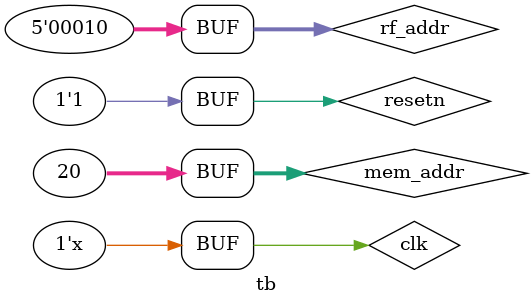
<source format=v>
`timescale 1ns / 1ps


module tb;

    // Inputs
    reg clk;
    reg resetn;
    reg [4:0] rf_addr;
    reg [31:0] mem_addr;

    // Outputs
    wire [31:0] rf_data;
    wire [31:0] mem_data;
    wire [31:0] IF_pc;
    wire [31:0] IF_inst;
    wire [31:0] ID_pc;
    wire [31:0] ID_inst;
    wire [31:0] REG_pc;
    wire [31:0] EXE_pc;
    wire [31:0] MEM_pc;
    wire [31:0] WB_pc;
    wire [31:0] cpu_5_valid;
    wire [31:0] cpu_5_over;
    wire [31:0] cpu_allow_in;
    
    //µ÷ÊÔÏß
    wire [31:0] inst;
    wire [31:0] next_pc;
    wire [31:0] inst_addr;
    wire [32:0] br_bus;
    wire [32:0] j_bus;
    wire [4:0] rs;
    wire [4:0] rt;
    wire [31:0] rs_value;
    wire [31:0] rt_value;
    wire [4:0] EXE_wdest;
    wire [4:0] MEM_wdest;
    wire [4:0] WB_wdest;
    wire  EXE_wvalid;
    wire  MEM_wvalid;
    wire  WB_wvalid;
    wire [31:0] EXE_wvalue;
    wire [31:0] MEM_wvalue;
    wire [31:0] WB_wvalue;
   

    // Instantiate the Unit Under Test (UUT)
    pipeline_cpu uut (
        .clk(clk), 
        .resetn(resetn), 
        .rf_addr(rf_addr), 
        .mem_addr(mem_addr), 
        .rf_data(rf_data), 
        .mem_data(mem_data), 
        .IF_pc(IF_pc), 
        .IF_inst(IF_inst), 
        .ID_pc(ID_pc), 
        .REG_pc(REG_pc),
        .EXE_pc(EXE_pc), 
        .MEM_pc(MEM_pc), 
        .WB_pc(WB_pc), 
        .cpu_5_valid(cpu_5_valid),
        .dbg_inst(inst),
        .cpu_5_over(cpu_5_over),
        .cpu_allow_in(cpu_allow_in),
        .dbg_inst_addr(inst_addr),
        .dbg_next_pc(next_pc),
        .dbg_ID_inst(ID_inst),
        .dbg_j_bus(j_bus),
        .dbg_br_bus(br_bus),
        .dbg_rs(rs),
        .dbg_rt(rt),
        .dbg_rs_value(rs_value),
        .dbg_rt_value(rt_value),
        .dbg_EXE_wdest(EXE_wdest),
        .dbg_MEM_wdest(MEM_wdest),
        .dbg_WB_wdest(WB_wdest),
        .dbg_EXE_wvalid(EXE_wvalid),
        .dbg_MEM_wvalid(MEM_wvalid),
        .dbg_WB_wvalid(WB_wvalid),
        .dbg_EXE_wvalue(EXE_wvalue),
        .dbg_MEM_wvalue(MEM_wvalue),
        .dbg_WB_wvalue(WB_wvalue)
    );

    initial begin
        // Initialize Inputs
        clk = 0;
        resetn = 0;
        rf_addr = 2;
        mem_addr = 32'h14;

        // Wait 100 ns for global reset to finish
        #100;
      resetn = 1;
        // Add stimulus here
    end
   always #5 clk=~clk;
endmodule


</source>
